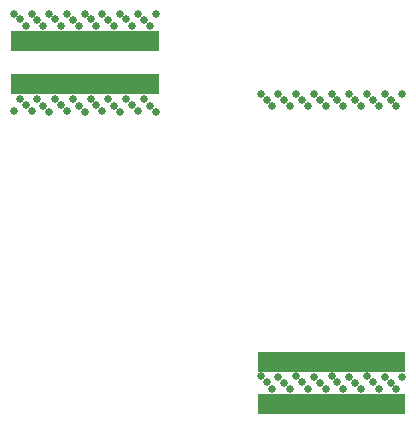
<source format=gbs>
G04*
G04 #@! TF.GenerationSoftware,Altium Limited,Altium Designer,18.0.12 (696)*
G04*
G04 Layer_Color=16711935*
%FSLAX25Y25*%
%MOIN*%
G70*
G01*
G75*
%ADD11C,0.02600*%
%ADD15R,0.01981X0.07099*%
D11*
X335039Y319886D02*
D03*
X333071Y315823D02*
D03*
X331102Y317854D02*
D03*
X329134Y319886D02*
D03*
X327165Y315917D02*
D03*
X325197Y318008D02*
D03*
X323228Y319980D02*
D03*
X321260Y315823D02*
D03*
X319291Y317854D02*
D03*
X317323Y319886D02*
D03*
X315354Y315917D02*
D03*
X313386Y318008D02*
D03*
X287795Y319980D02*
D03*
X289764Y318008D02*
D03*
X291732Y315917D02*
D03*
X293701Y319886D02*
D03*
X295669Y317854D02*
D03*
X297638Y315823D02*
D03*
X299606Y319980D02*
D03*
X301575Y318008D02*
D03*
X303543Y315917D02*
D03*
X305512Y319886D02*
D03*
X307480Y317854D02*
D03*
X309449Y315823D02*
D03*
X311417Y319980D02*
D03*
X370079Y293307D02*
D03*
X372047Y291335D02*
D03*
X381890Y293307D02*
D03*
X417323Y293213D02*
D03*
X415354Y289150D02*
D03*
X413386Y291181D02*
D03*
X411417Y293213D02*
D03*
X409449Y289244D02*
D03*
X407480Y291335D02*
D03*
X405512Y293307D02*
D03*
X403543Y289150D02*
D03*
X401575Y291181D02*
D03*
X399606Y293213D02*
D03*
X397638Y289244D02*
D03*
X395669Y291335D02*
D03*
X393701Y293307D02*
D03*
X391732Y289150D02*
D03*
X389764Y291181D02*
D03*
X387795Y293213D02*
D03*
X385827Y289244D02*
D03*
X383858Y291335D02*
D03*
X379921Y289150D02*
D03*
X377953Y291181D02*
D03*
X375984Y293213D02*
D03*
X374016Y289244D02*
D03*
X415354Y194858D02*
D03*
X413386Y196890D02*
D03*
X411417Y198921D02*
D03*
X409449Y194953D02*
D03*
X407480Y197043D02*
D03*
X405512Y199016D02*
D03*
X403543Y194858D02*
D03*
X401575Y196890D02*
D03*
X399606Y198921D02*
D03*
X397638Y194953D02*
D03*
X395669Y197043D02*
D03*
X370079Y199016D02*
D03*
X372047Y197043D02*
D03*
X374016Y194953D02*
D03*
X375984Y198921D02*
D03*
X377953Y196890D02*
D03*
X379921Y194858D02*
D03*
X381890Y199016D02*
D03*
X383858Y197043D02*
D03*
X385827Y194953D02*
D03*
X387795Y198921D02*
D03*
X389764Y196890D02*
D03*
X391732Y194858D02*
D03*
X393701Y199016D02*
D03*
X417323Y198921D02*
D03*
X335039Y287303D02*
D03*
X333071Y289276D02*
D03*
X331102Y291366D02*
D03*
X329134Y287398D02*
D03*
X327165Y289429D02*
D03*
X325197Y291461D02*
D03*
X323228Y287303D02*
D03*
X321260Y289276D02*
D03*
X319291Y291366D02*
D03*
X317323Y287398D02*
D03*
X315354Y289429D02*
D03*
X313386Y291461D02*
D03*
X287795Y287398D02*
D03*
X289764Y291461D02*
D03*
X291732Y289429D02*
D03*
X293701Y287398D02*
D03*
X295669Y291366D02*
D03*
X297638Y289276D02*
D03*
X299606Y287303D02*
D03*
X301575Y291461D02*
D03*
X303543Y289429D02*
D03*
X305512Y287398D02*
D03*
X307480Y291366D02*
D03*
X309449Y289276D02*
D03*
X311417Y287303D02*
D03*
D15*
X293701Y310728D02*
D03*
X291732D02*
D03*
X297638D02*
D03*
X295669D02*
D03*
X289764D02*
D03*
X287795D02*
D03*
X307480D02*
D03*
X305512D02*
D03*
X311417D02*
D03*
X309449D02*
D03*
X301575D02*
D03*
X299606D02*
D03*
X303543D02*
D03*
X291732Y296555D02*
D03*
X289764D02*
D03*
X295669D02*
D03*
X293701D02*
D03*
X287795D02*
D03*
X305512D02*
D03*
X303543D02*
D03*
X309449D02*
D03*
X307480D02*
D03*
X299606D02*
D03*
X297638D02*
D03*
X301575D02*
D03*
X323228Y310728D02*
D03*
X321260D02*
D03*
X327165D02*
D03*
X325197D02*
D03*
X315354D02*
D03*
X313386D02*
D03*
X319291D02*
D03*
X317323D02*
D03*
X331102D02*
D03*
X329134D02*
D03*
X335039D02*
D03*
X333071D02*
D03*
X313386Y296555D02*
D03*
X311417D02*
D03*
X315354D02*
D03*
X319291D02*
D03*
X317323D02*
D03*
X321260D02*
D03*
X331102D02*
D03*
X329134D02*
D03*
X335039D02*
D03*
X333071D02*
D03*
X325197D02*
D03*
X323228D02*
D03*
X327165D02*
D03*
X370079Y189764D02*
D03*
Y203937D02*
D03*
X372047Y189764D02*
D03*
Y203937D02*
D03*
X374016Y189764D02*
D03*
Y203937D02*
D03*
X375984Y189764D02*
D03*
Y203937D02*
D03*
X377953Y189764D02*
D03*
Y203937D02*
D03*
X379921Y189764D02*
D03*
Y203937D02*
D03*
X381890Y189764D02*
D03*
Y203937D02*
D03*
X383858Y189764D02*
D03*
Y203937D02*
D03*
X385827Y189764D02*
D03*
Y203937D02*
D03*
X387795Y189764D02*
D03*
Y203937D02*
D03*
X389764Y189764D02*
D03*
Y203937D02*
D03*
X391732Y189764D02*
D03*
Y203937D02*
D03*
X393701Y189764D02*
D03*
Y203937D02*
D03*
X395669Y189764D02*
D03*
Y203937D02*
D03*
X397638Y189764D02*
D03*
Y203937D02*
D03*
X399606Y189764D02*
D03*
Y203937D02*
D03*
X401575Y189764D02*
D03*
Y203937D02*
D03*
X403543Y189764D02*
D03*
Y203937D02*
D03*
X405512Y189764D02*
D03*
Y203937D02*
D03*
X407480Y189764D02*
D03*
Y203937D02*
D03*
X409449Y189764D02*
D03*
Y203937D02*
D03*
X411417Y189764D02*
D03*
Y203937D02*
D03*
X413386Y189764D02*
D03*
Y203937D02*
D03*
X415354Y189764D02*
D03*
Y203937D02*
D03*
X417323Y189764D02*
D03*
Y203937D02*
D03*
M02*

</source>
